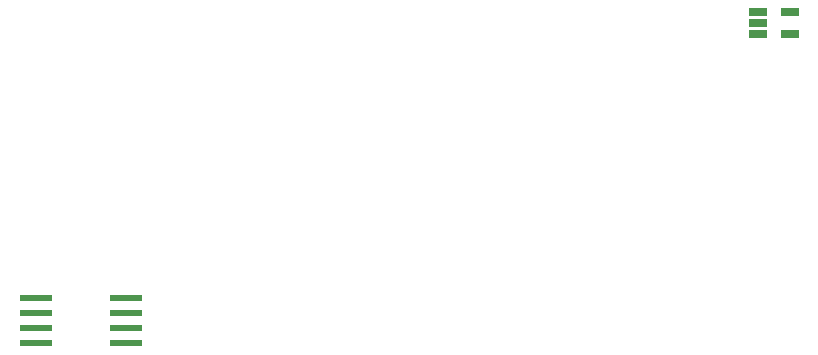
<source format=gbr>
G04 #@! TF.GenerationSoftware,KiCad,Pcbnew,5.0.2-bee76a0~70~ubuntu16.04.1*
G04 #@! TF.CreationDate,2020-01-14T10:26:45-07:00*
G04 #@! TF.ProjectId,Soil_Sensor_Hub,536f696c-5f53-4656-9e73-6f725f487562,rev?*
G04 #@! TF.SameCoordinates,Original*
G04 #@! TF.FileFunction,Paste,Top*
G04 #@! TF.FilePolarity,Positive*
%FSLAX46Y46*%
G04 Gerber Fmt 4.6, Leading zero omitted, Abs format (unit mm)*
G04 Created by KiCad (PCBNEW 5.0.2-bee76a0~70~ubuntu16.04.1) date Tue 14 Jan 2020 10:26:45 AM MST*
%MOMM*%
%LPD*%
G01*
G04 APERTURE LIST*
%ADD10R,1.560000X0.650000*%
%ADD11R,2.750000X0.600000*%
G04 APERTURE END LIST*
D10*
G04 #@! TO.C,U11*
X180420000Y-120970000D03*
X180420000Y-122870000D03*
X177720000Y-122870000D03*
X177720000Y-121920000D03*
X177720000Y-120970000D03*
G04 #@! TD*
D11*
G04 #@! TO.C,U4*
X116586000Y-145161000D03*
X116586000Y-146456400D03*
X116586000Y-147701000D03*
X116586000Y-148971000D03*
X124206000Y-148996400D03*
X124206000Y-147701000D03*
X124206000Y-146431000D03*
X124206000Y-145161000D03*
G04 #@! TD*
M02*

</source>
